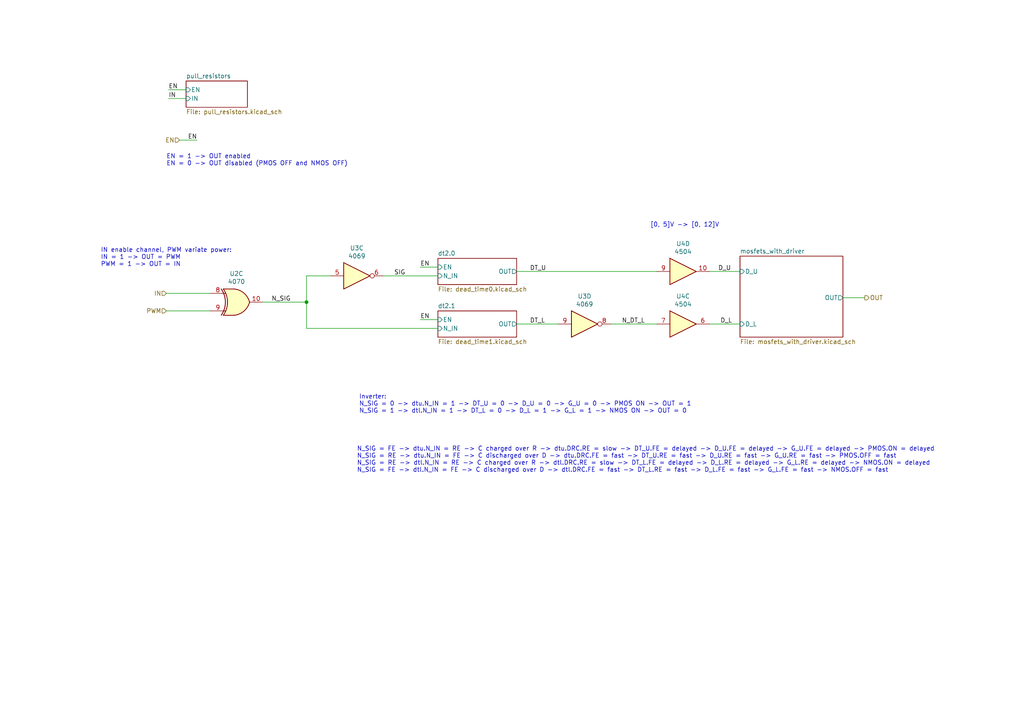
<source format=kicad_sch>
(kicad_sch (version 20211123) (generator eeschema)
  (paper "A4")
  (lib_symbols
    (symbol "4xxx:4069" (pin_names (offset 1.016))
      (property "Reference" "U" (at 0 1.27 0))
      (property "Value" "4069" (at 0 -1.27 0))
      (symbol "4069_1_0"
        (polyline (pts (xy -3.81 3.81) (xy -3.81 -3.81) (xy 3.81 0) (xy -3.81 3.81)) (stroke (width 0.254)) (fill (type background)))
        (pin input line (at -7.62 0 0) (length 3.81) (name "~") (number "1"))
        (pin output inverted (at 7.62 0 180) (length 3.81) (name "~") (number "2"))
      )
      (symbol "4069_2_0"
        (polyline (pts (xy -3.81 3.81) (xy -3.81 -3.81) (xy 3.81 0) (xy -3.81 3.81)) (stroke (width 0.254)) (fill (type background)))
        (pin input line (at -7.62 0 0) (length 3.81) (name "~") (number "3"))
        (pin output inverted (at 7.62 0 180) (length 3.81) (name "~") (number "4"))
      )
      (symbol "4069_3_0"
        (polyline (pts (xy -3.81 3.81) (xy -3.81 -3.81) (xy 3.81 0) (xy -3.81 3.81)) (stroke (width 0.254)) (fill (type background)))
        (pin input line (at -7.62 0 0) (length 3.81) (name "~") (number "5"))
        (pin output inverted (at 7.62 0 180) (length 3.81) (name "~") (number "6"))
      )
      (symbol "4069_4_0"
        (polyline (pts (xy -3.81 3.81) (xy -3.81 -3.81) (xy 3.81 0) (xy -3.81 3.81)) (stroke (width 0.254)) (fill (type background)))
        (pin output inverted (at 7.62 0 180) (length 3.81) (name "~") (number "8"))
        (pin input line (at -7.62 0 0) (length 3.81) (name "~") (number "9"))
      )
      (symbol "4069_5_0"
        (polyline (pts (xy -3.81 3.81) (xy -3.81 -3.81) (xy 3.81 0) (xy -3.81 3.81)) (stroke (width 0.254)) (fill (type background)))
        (pin output inverted (at 7.62 0 180) (length 3.81) (name "~") (number "10"))
        (pin input line (at -7.62 0 0) (length 3.81) (name "~") (number "11"))
      )
      (symbol "4069_6_0"
        (polyline (pts (xy -3.81 3.81) (xy -3.81 -3.81) (xy 3.81 0) (xy -3.81 3.81)) (stroke (width 0.254)) (fill (type background)))
        (pin output inverted (at 7.62 0 180) (length 3.81) (name "~") (number "12"))
        (pin input line (at -7.62 0 0) (length 3.81) (name "~") (number "13"))
      )
      (symbol "4069_7_0"
        (pin power_in line (at 0 12.7 270) (length 5.08) (name "VDD") (number "14"))
        (pin power_in line (at 0 -12.7 90) (length 5.08) (name "VSS") (number "7"))
      )
      (symbol "4069_7_1"
        (rectangle (start -5.08 7.62) (end 5.08 -7.62) (stroke (width 0.254)) (fill (type background)))
      )
    )
    (symbol "4xxx:4070" (pin_names (offset 1.016))
      (property "Reference" "U" (at 0 1.27 0))
      (property "Value" "4070" (at 0 -1.27 0))
      (symbol "4070_1_0"
        (arc (start -4.4196 -3.81) (mid -3.2033 0) (end -4.4196 3.81) (stroke (width 0.254)))
        (arc (start -3.81 -3.81) (mid -2.589 0) (end -3.81 3.81) (stroke (width 0.254)))
        (arc (start -0.6096 -3.81) (mid 2.1842 -2.5851) (end 3.81 0) (stroke (width 0.254)) (fill (type background)))
        (polyline (pts (xy -3.81 -3.81) (xy -0.635 -3.81)) (stroke (width 0.254)) (fill (type background)))
        (polyline (pts (xy -3.81 3.81) (xy -0.635 3.81)) (stroke (width 0.254)) (fill (type background)))
        (polyline (pts (xy -0.635 3.81) (xy -3.81 3.81) (xy -3.81 3.81) (xy -3.556 3.4036) (xy -3.0226 2.2606) (xy -2.6924 1.0414) (xy -2.6162 -0.254) (xy -2.7686 -1.4986) (xy -3.175 -2.7178) (xy -3.81 -3.81) (xy -3.81 -3.81) (xy -0.635 -3.81)) (stroke (width -25.4)) (fill (type background)))
        (arc (start 3.81 0) (mid 2.1915 2.5936) (end -0.6096 3.81) (stroke (width 0.254)) (fill (type background)))
        (pin input line (at -7.62 2.54 0) (length 4.445) (name "~") (number "1"))
        (pin input line (at -7.62 -2.54 0) (length 4.445) (name "~") (number "2"))
        (pin output line (at 7.62 0 180) (length 3.81) (name "~") (number "3"))
      )
      (symbol "4070_1_1"
        (polyline (pts (xy -3.81 -2.54) (xy -3.175 -2.54)) (stroke (width 0.1524)))
        (polyline (pts (xy -3.81 2.54) (xy -3.175 2.54)) (stroke (width 0.1524)))
      )
      (symbol "4070_2_0"
        (arc (start -4.4196 -3.81) (mid -3.2033 0) (end -4.4196 3.81) (stroke (width 0.254)))
        (arc (start -3.81 -3.81) (mid -2.589 0) (end -3.81 3.81) (stroke (width 0.254)))
        (arc (start -0.6096 -3.81) (mid 2.1842 -2.5851) (end 3.81 0) (stroke (width 0.254)) (fill (type background)))
        (polyline (pts (xy -3.81 -3.81) (xy -0.635 -3.81)) (stroke (width 0.254)) (fill (type background)))
        (polyline (pts (xy -3.81 3.81) (xy -0.635 3.81)) (stroke (width 0.254)) (fill (type background)))
        (polyline (pts (xy -0.635 3.81) (xy -3.81 3.81) (xy -3.81 3.81) (xy -3.556 3.4036) (xy -3.0226 2.2606) (xy -2.6924 1.0414) (xy -2.6162 -0.254) (xy -2.7686 -1.4986) (xy -3.175 -2.7178) (xy -3.81 -3.81) (xy -3.81 -3.81) (xy -0.635 -3.81)) (stroke (width -25.4)) (fill (type background)))
        (arc (start 3.81 0) (mid 2.1915 2.5936) (end -0.6096 3.81) (stroke (width 0.254)) (fill (type background)))
        (pin output line (at 7.62 0 180) (length 3.81) (name "~") (number "4"))
        (pin input line (at -7.62 2.54 0) (length 4.445) (name "~") (number "5"))
        (pin input line (at -7.62 -2.54 0) (length 4.445) (name "~") (number "6"))
      )
      (symbol "4070_2_1"
        (polyline (pts (xy -3.81 -2.54) (xy -3.175 -2.54)) (stroke (width 0.1524)))
        (polyline (pts (xy -3.81 2.54) (xy -3.175 2.54)) (stroke (width 0.1524)))
      )
      (symbol "4070_3_0"
        (arc (start -4.4196 -3.81) (mid -3.2033 0) (end -4.4196 3.81) (stroke (width 0.254)))
        (arc (start -3.81 -3.81) (mid -2.589 0) (end -3.81 3.81) (stroke (width 0.254)))
        (arc (start -0.6096 -3.81) (mid 2.1842 -2.5851) (end 3.81 0) (stroke (width 0.254)) (fill (type background)))
        (polyline (pts (xy -3.81 -3.81) (xy -0.635 -3.81)) (stroke (width 0.254)) (fill (type background)))
        (polyline (pts (xy -3.81 3.81) (xy -0.635 3.81)) (stroke (width 0.254)) (fill (type background)))
        (polyline (pts (xy -0.635 3.81) (xy -3.81 3.81) (xy -3.81 3.81) (xy -3.556 3.4036) (xy -3.0226 2.2606) (xy -2.6924 1.0414) (xy -2.6162 -0.254) (xy -2.7686 -1.4986) (xy -3.175 -2.7178) (xy -3.81 -3.81) (xy -3.81 -3.81) (xy -0.635 -3.81)) (stroke (width -25.4)) (fill (type background)))
        (arc (start 3.81 0) (mid 2.1915 2.5936) (end -0.6096 3.81) (stroke (width 0.254)) (fill (type background)))
        (pin output line (at 7.62 0 180) (length 3.81) (name "~") (number "10"))
        (pin input line (at -7.62 2.54 0) (length 4.445) (name "~") (number "8"))
        (pin input line (at -7.62 -2.54 0) (length 4.445) (name "~") (number "9"))
      )
      (symbol "4070_3_1"
        (polyline (pts (xy -3.81 -2.54) (xy -3.175 -2.54)) (stroke (width 0.1524)))
        (polyline (pts (xy -3.81 2.54) (xy -3.175 2.54)) (stroke (width 0.1524)))
      )
      (symbol "4070_4_0"
        (arc (start -4.4196 -3.81) (mid -3.2033 0) (end -4.4196 3.81) (stroke (width 0.254)))
        (arc (start -3.81 -3.81) (mid -2.589 0) (end -3.81 3.81) (stroke (width 0.254)))
        (arc (start -0.6096 -3.81) (mid 2.1842 -2.5851) (end 3.81 0) (stroke (width 0.254)) (fill (type background)))
        (polyline (pts (xy -3.81 -3.81) (xy -0.635 -3.81)) (stroke (width 0.254)) (fill (type background)))
        (polyline (pts (xy -3.81 3.81) (xy -0.635 3.81)) (stroke (width 0.254)) (fill (type background)))
        (polyline (pts (xy -0.635 3.81) (xy -3.81 3.81) (xy -3.81 3.81) (xy -3.556 3.4036) (xy -3.0226 2.2606) (xy -2.6924 1.0414) (xy -2.6162 -0.254) (xy -2.7686 -1.4986) (xy -3.175 -2.7178) (xy -3.81 -3.81) (xy -3.81 -3.81) (xy -0.635 -3.81)) (stroke (width -25.4)) (fill (type background)))
        (arc (start 3.81 0) (mid 2.1915 2.5936) (end -0.6096 3.81) (stroke (width 0.254)) (fill (type background)))
        (pin output line (at 7.62 0 180) (length 3.81) (name "~") (number "11"))
        (pin input line (at -7.62 2.54 0) (length 4.445) (name "~") (number "12"))
        (pin input line (at -7.62 -2.54 0) (length 4.445) (name "~") (number "13"))
      )
      (symbol "4070_4_1"
        (polyline (pts (xy -3.81 -2.54) (xy -3.175 -2.54)) (stroke (width 0.1524)))
        (polyline (pts (xy -3.81 2.54) (xy -3.175 2.54)) (stroke (width 0.1524)))
      )
      (symbol "4070_5_0"
        (pin power_in line (at 0 12.7 270) (length 5.08) (name "VDD") (number "14"))
        (pin power_in line (at 0 -12.7 90) (length 5.08) (name "VSS") (number "7"))
      )
      (symbol "4070_5_1"
        (rectangle (start -5.08 7.62) (end 5.08 -7.62) (stroke (width 0.254)) (fill (type background)))
      )
    )
    (symbol "Local:4504" (pin_names (offset 1.016))
      (property "Reference" "U" (at 0 1.27 0))
      (property "Value" "4504" (at 0 -1.27 0))
      (symbol "4504_1_0"
        (polyline (pts (xy -3.81 3.81) (xy -3.81 -3.81) (xy 3.81 0) (xy -3.81 3.81)) (stroke (width 0.254)) (fill (type background)))
        (pin output line (at 7.62 0 180) (length 3.81) (name "~") (number "2"))
        (pin input line (at -7.62 0 0) (length 3.81) (name "~") (number "3"))
      )
      (symbol "4504_2_0"
        (polyline (pts (xy -3.81 3.81) (xy -3.81 -3.81) (xy 3.81 0) (xy -3.81 3.81)) (stroke (width 0.254)) (fill (type background)))
        (pin output line (at 7.62 0 180) (length 3.81) (name "~") (number "4"))
        (pin input line (at -7.62 0 0) (length 3.81) (name "~") (number "5"))
      )
      (symbol "4504_3_0"
        (polyline (pts (xy -3.81 3.81) (xy -3.81 -3.81) (xy 3.81 0) (xy -3.81 3.81)) (stroke (width 0.254)) (fill (type background)))
        (pin output line (at 7.62 0 180) (length 3.81) (name "~") (number "6"))
        (pin input line (at -7.62 0 0) (length 3.81) (name "~") (number "7"))
      )
      (symbol "4504_4_0"
        (polyline (pts (xy -3.81 3.81) (xy -3.81 -3.81) (xy 3.81 0) (xy -3.81 3.81)) (stroke (width 0.254)) (fill (type background)))
        (pin output line (at 7.62 0 180) (length 3.81) (name "~") (number "10"))
        (pin input line (at -7.62 0 0) (length 3.81) (name "~") (number "9"))
      )
      (symbol "4504_5_0"
        (polyline (pts (xy -3.81 3.81) (xy -3.81 -3.81) (xy 3.81 0) (xy -3.81 3.81)) (stroke (width 0.254)) (fill (type background)))
        (pin input line (at -7.62 0 0) (length 3.81) (name "~") (number "11"))
        (pin output line (at 7.62 0 180) (length 3.81) (name "~") (number "12"))
      )
      (symbol "4504_6_0"
        (polyline (pts (xy -3.81 3.81) (xy -3.81 -3.81) (xy 3.81 0) (xy -3.81 3.81)) (stroke (width 0.254)) (fill (type background)))
        (pin input line (at -7.62 0 0) (length 3.81) (name "~") (number "14"))
        (pin output line (at 7.62 0 180) (length 3.81) (name "~") (number "15"))
      )
      (symbol "4504_7_0"
        (pin power_in line (at -5.08 12.7 270) (length 5.08) (name "VCC") (number "1"))
        (pin power_in line (at 0 -16.51 90) (length 5.08) (name "VSS") (number "8"))
      )
      (symbol "4504_7_1"
        (rectangle (start -8.89 7.62) (end 8.89 -11.43) (stroke (width 0.254)) (fill (type background)))
        (pin input line (at -13.97 -5.08 0) (length 5.08) (name "SELECT") (number "13"))
        (pin power_in line (at 5.08 12.7 270) (length 5.08) (name "VDD") (number "16"))
      )
    )
  )
  (junction (at 88.9 87.63))
  (wire (pts (xy 53.975 26.035) (xy 48.895 26.035)))
  (wire (pts (xy 88.9 80.01) (xy 88.9 87.63)))
  (wire (pts (xy 76.2 87.63) (xy 88.9 87.63)))
  (wire (pts (xy 88.9 95.25) (xy 88.9 87.63)))
  (wire (pts (xy 161.925 93.98) (xy 149.86 93.98)))
  (wire (pts (xy 53.975 28.575) (xy 48.895 28.575)))
  (wire (pts (xy 88.9 80.01) (xy 95.885 80.01)))
  (wire (pts (xy 149.86 78.74) (xy 190.5 78.74)))
  (wire (pts (xy 205.74 78.74) (xy 214.63 78.74)))
  (wire (pts (xy 88.9 95.25) (xy 127 95.25)))
  (wire (pts (xy 250.825 86.36) (xy 244.475 86.36)))
  (wire (pts (xy 111.125 80.01) (xy 127 80.01)))
  (wire (pts (xy 205.74 93.98) (xy 214.63 93.98)))
  (wire (pts (xy 121.92 92.71) (xy 127 92.71)))
  (wire (pts (xy 52.07 40.64) (xy 57.15 40.64)))
  (wire (pts (xy 48.26 90.17) (xy 60.96 90.17)))
  (wire (pts (xy 190.5 93.98) (xy 177.165 93.98)))
  (wire (pts (xy 48.26 85.09) (xy 60.96 85.09)))
  (wire (pts (xy 127 77.47) (xy 121.92 77.47)))
  (text "EN = 1 -> OUT enabled\nEN = 0 -> OUT disabled (PMOS OFF and NMOS OFF)" (at 48.26 48.26 0) (effects (font (size 1.27 1.27)) (justify left bottom)))
  (text "[0, 5]V -> [0, 12]V" (at 188.595 66.04 0) (effects (font (size 1.27 1.27)) (justify left bottom)))
  (text "IN enable channel, PWM variate power:\nIN = 1 -> OUT = PWM\nPWM = 1 -> OUT = IN" (at 29.21 77.47 0) (effects (font (size 1.27 1.27)) (justify left bottom)))
  (text "Inverter:\nN_SIG = 0 -> dtu.N_IN = 1 -> DT_U = 0 -> D_U = 0 -> G_U = 0 -> PMOS ON -> OUT = 1\nN_SIG = 1 -> dtl.N_IN = 1 -> DT_L = 0 -> D_L = 1 -> G_L = 1 -> NMOS ON -> OUT = 0" (at 104.14 120.015 0) (effects (font (size 1.27 1.27)) (justify left bottom)))
  (text "N_SIG = FE -> dtu.N_IN = RE -> C charged over R -> dtu.DRC.RE = slow -> DT_U.FE = delayed -> D_U.FE = delayed -> G_U.FE = delayed -> PMOS.ON = delayed\nN_SIG = RE -> dtu.N_IN = FE -> C discharged over D -> dtu.DRC.FE = fast -> DT_U.RE = fast -> D_U.RE = fast -> G_U.RE = fast -> PMOS.OFF = fast\nN_SIG = RE -> dtl.N_IN = RE -> C charged over R -> dtl.DRC.RE = slow -> DT_L.FE = delayed -> D_L.RE = delayed -> G_L.RE = delayed -> NMOS.ON = delayed\nN_SIG = FE -> dtl.N_IN = FE -> C discharged over D -> dtl.DRC.FE = fast -> DT_L.RE = fast -> D_L.FE = fast -> G_L.FE = fast -> NMOS.OFF = fast" (at 103.505 137.16 0) (effects (font (size 1.27 1.27)) (justify left bottom)))
  (label "N_SIG" (at 78.74 87.63 0))
  (label "EN" (at 121.92 92.71 0))
  (label "D_L" (at 208.915 93.98 0))
  (label "EN" (at 57.15 40.64 180))
  (label "DT_L" (at 153.67 93.98 0))
  (label "DT_U" (at 153.67 78.74 0))
  (label "SIG" (at 114.3 80.01 0))
  (label "D_U" (at 208.28 78.74 0))
  (label "EN" (at 121.92 77.47 0))
  (label "IN" (at 48.895 28.575 0))
  (label "EN" (at 48.895 26.035 0))
  (label "N_DT_L" (at 180.34 93.98 0))
  (hierarchical_label "PWM" (shape input) (at 48.26 90.17 180))
  (hierarchical_label "OUT" (shape output) (at 250.825 86.36 0))
  (hierarchical_label "EN" (shape input) (at 52.07 40.64 180))
  (hierarchical_label "IN" (shape input) (at 48.26 85.09 180))
  (symbol (lib_id "Local:4504") (at 198.12 93.98 0) (unit 3)
    (property "Reference" "U4" (at 198.12 85.9282 0))
    (property "Value" "4504" (at 198.12 88.2396 0))
    (property "Footprint" "Package_DIP:DIP-16_W7.62mm" (effects hide))
    (property "Datasheet" "http://www.ti.com/lit/ds/symlink/cd4504b.pdf" (effects hide))
  )
  (symbol (lib_id "4xxx:4070") (at 68.58 87.63 0) (unit 3)
    (property "Reference" "U2" (at 68.58 79.375 0))
    (property "Value" "4070" (at 68.58 81.6864 0))
    (property "Footprint" "Package_DIP:DIP-14_W7.62mm" (effects hide))
    (property "Datasheet" "http://www.intersil.com/content/dam/Intersil/documents/cd40/cd4070bms-77bms.pdf" (effects hide))
  )
  (symbol (lib_id "Local:4504") (at 198.12 78.74 0) (unit 4)
    (property "Reference" "U4" (at 198.12 70.6882 0))
    (property "Value" "4504" (at 198.12 72.9996 0))
    (property "Footprint" "Package_DIP:DIP-16_W7.62mm" (effects hide))
    (property "Datasheet" "http://www.ti.com/lit/ds/symlink/cd4504b.pdf" (effects hide))
  )
  (symbol (lib_id "4xxx:4069") (at 103.505 80.01 0) (unit 3)
    (property "Reference" "U3" (at 103.505 71.9582 0))
    (property "Value" "4069" (at 103.505 74.2696 0))
    (property "Footprint" "Package_DIP:DIP-14_W7.62mm" (effects hide))
    (property "Datasheet" "http://www.intersil.com/content/dam/Intersil/documents/cd40/cd4069ubms.pdf" (effects hide))
  )
  (symbol (lib_id "4xxx:4069") (at 169.545 93.98 0) (unit 4)
    (property "Reference" "U3" (at 169.545 85.9282 0))
    (property "Value" "4069" (at 169.545 88.2396 0))
    (property "Footprint" "Package_DIP:DIP-14_W7.62mm" (effects hide))
    (property "Datasheet" "http://www.intersil.com/content/dam/Intersil/documents/cd40/cd4069ubms.pdf" (effects hide))
  )
  (sheet (at 127 90.17) (size 22.86 7.62)
    (property "Sheet name" "dt2.1" (at 127 89.4584 0) (effects (justify left bottom)))
    (property "Sheet file" "dead_time1.kicad_sch" (at 127 98.3746 0) (effects (justify left top)))
    (pin "EN" input (at 127 92.71 180))
    (pin "OUT" output (at 149.86 93.98 0))
    (pin "N_IN" input (at 127 95.25 180))
  )
  (sheet (at 214.63 74.295) (size 29.845 23.495)
    (property "Sheet name" "mosfets_with_driver" (at 214.63 73.5834 0) (effects (justify left bottom)))
    (property "Sheet file" "mosfets_with_driver.kicad_sch" (at 214.63 98.3746 0) (effects (justify left top)))
    (pin "OUT" output (at 244.475 86.36 0))
    (pin "D_U" input (at 214.63 78.74 180))
    (pin "D_L" input (at 214.63 93.98 180))
  )
  (sheet (at 127 74.93) (size 22.86 7.62)
    (property "Sheet name" "dt2.0" (at 127 74.2184 0) (effects (justify left bottom)))
    (property "Sheet file" "dead_time0.kicad_sch" (at 127 83.1346 0) (effects (justify left top)))
    (pin "EN" input (at 127 77.47 180))
    (pin "OUT" output (at 149.86 78.74 0))
    (pin "N_IN" input (at 127 80.01 180))
  )
  (sheet (at 53.975 23.495) (size 17.78 7.62)
    (property "Sheet name" "pull_resistors" (at 53.975 22.7834 0) (effects (justify left bottom)))
    (property "Sheet file" "pull_resistors.kicad_sch" (at 53.975 31.6996 0) (effects (justify left top)))
    (pin "IN" input (at 53.975 28.575 180))
    (pin "EN" input (at 53.975 26.035 180))
  )
)
</source>
